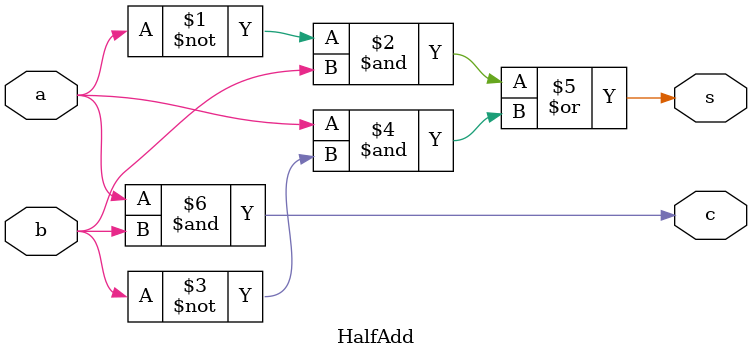
<source format=v>
module HalfAdd(a,b,c,s);
	input a,b;
	output c,s;
	
	
	assign s = (~a&b) | (a&~b);
	assign c = a&b;
	
endmodule// Halfadd
	
</source>
